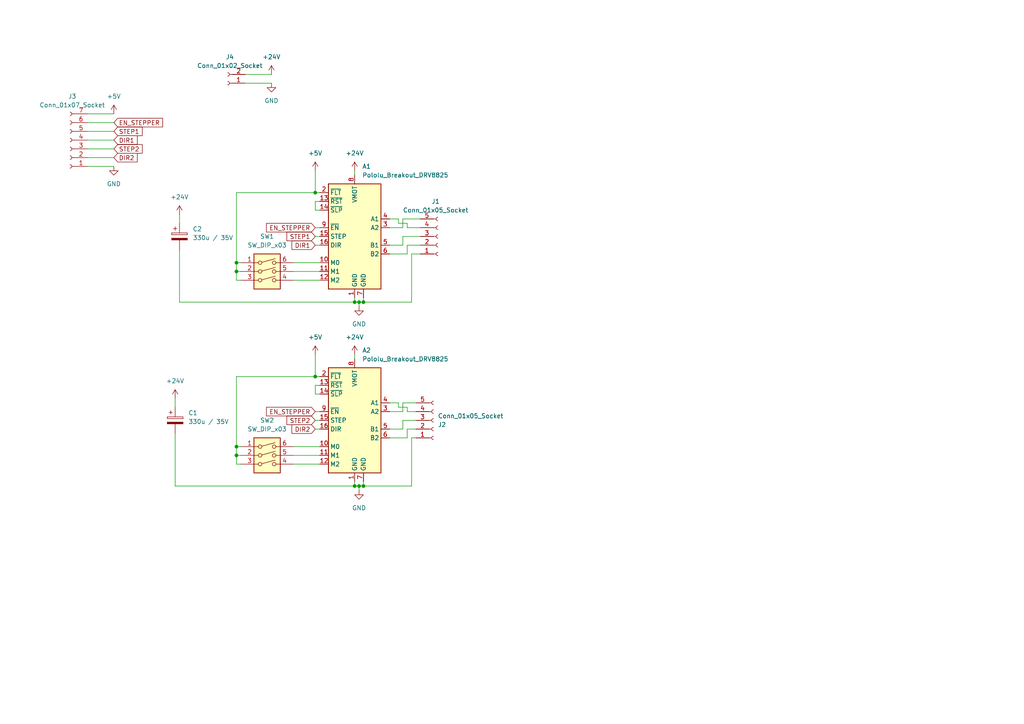
<source format=kicad_sch>
(kicad_sch (version 20230121) (generator eeschema)
  (paper "A4")
  (lib_symbols
    (symbol "Connector:Conn_01x02_Socket" (pin_names (offset 1.016) hide)
      (property "Reference" "J" (at 0 2.54 0))
      (property "Value" "Conn_01x02_Socket" (at 0 -5.08 0))
      (symbol "Conn_01x02_Socket_1_1"
        (arc (start 0 -2.032) (mid -0.5058 -2.54) (end 0 -3.048) (stroke (width 0.1524)))
        (polyline (pts (xy -1.27 -2.54) (xy -0.508 -2.54)) (stroke (width 0.1524)))
        (polyline (pts (xy -1.27 0) (xy -0.508 0)) (stroke (width 0.1524)))
        (arc (start 0 0.508) (mid -0.5058 0) (end 0 -0.508) (stroke (width 0.1524)))
        (pin passive line (at -5.08 0 0) (length 3.81) (name "Pin_1") (number "1"))
        (pin passive line (at -5.08 -2.54 0) (length 3.81) (name "Pin_2") (number "2"))
      )
    )
    (symbol "Connector:Conn_01x05_Socket" (pin_names (offset 1.016) hide)
      (property "Reference" "J" (at 0 7.62 0))
      (property "Value" "Conn_01x05_Socket" (at 0 -7.62 0))
      (symbol "Conn_01x05_Socket_1_1"
        (arc (start 0 -4.572) (mid -0.5058 -5.08) (end 0 -5.588) (stroke (width 0.1524)))
        (arc (start 0 -2.032) (mid -0.5058 -2.54) (end 0 -3.048) (stroke (width 0.1524)))
        (polyline (pts (xy -1.27 -5.08) (xy -0.508 -5.08)) (stroke (width 0.1524)))
        (polyline (pts (xy -1.27 -2.54) (xy -0.508 -2.54)) (stroke (width 0.1524)))
        (polyline (pts (xy -1.27 0) (xy -0.508 0)) (stroke (width 0.1524)))
        (polyline (pts (xy -1.27 2.54) (xy -0.508 2.54)) (stroke (width 0.1524)))
        (polyline (pts (xy -1.27 5.08) (xy -0.508 5.08)) (stroke (width 0.1524)))
        (arc (start 0 0.508) (mid -0.5058 0) (end 0 -0.508) (stroke (width 0.1524)))
        (arc (start 0 3.048) (mid -0.5058 2.54) (end 0 2.032) (stroke (width 0.1524)))
        (arc (start 0 5.588) (mid -0.5058 5.08) (end 0 4.572) (stroke (width 0.1524)))
        (pin passive line (at -5.08 5.08 0) (length 3.81) (name "Pin_1") (number "1"))
        (pin passive line (at -5.08 2.54 0) (length 3.81) (name "Pin_2") (number "2"))
        (pin passive line (at -5.08 0 0) (length 3.81) (name "Pin_3") (number "3"))
        (pin passive line (at -5.08 -2.54 0) (length 3.81) (name "Pin_4") (number "4"))
        (pin passive line (at -5.08 -5.08 0) (length 3.81) (name "Pin_5") (number "5"))
      )
    )
    (symbol "Connector:Conn_01x07_Socket" (pin_names (offset 1.016) hide)
      (property "Reference" "J" (at 0 10.16 0))
      (property "Value" "Conn_01x07_Socket" (at 0 -10.16 0))
      (symbol "Conn_01x07_Socket_1_1"
        (arc (start 0 -7.112) (mid -0.5058 -7.62) (end 0 -8.128) (stroke (width 0.1524)))
        (arc (start 0 -4.572) (mid -0.5058 -5.08) (end 0 -5.588) (stroke (width 0.1524)))
        (arc (start 0 -2.032) (mid -0.5058 -2.54) (end 0 -3.048) (stroke (width 0.1524)))
        (polyline (pts (xy -1.27 -7.62) (xy -0.508 -7.62)) (stroke (width 0.1524)))
        (polyline (pts (xy -1.27 -5.08) (xy -0.508 -5.08)) (stroke (width 0.1524)))
        (polyline (pts (xy -1.27 -2.54) (xy -0.508 -2.54)) (stroke (width 0.1524)))
        (polyline (pts (xy -1.27 0) (xy -0.508 0)) (stroke (width 0.1524)))
        (polyline (pts (xy -1.27 2.54) (xy -0.508 2.54)) (stroke (width 0.1524)))
        (polyline (pts (xy -1.27 5.08) (xy -0.508 5.08)) (stroke (width 0.1524)))
        (polyline (pts (xy -1.27 7.62) (xy -0.508 7.62)) (stroke (width 0.1524)))
        (arc (start 0 0.508) (mid -0.5058 0) (end 0 -0.508) (stroke (width 0.1524)))
        (arc (start 0 3.048) (mid -0.5058 2.54) (end 0 2.032) (stroke (width 0.1524)))
        (arc (start 0 5.588) (mid -0.5058 5.08) (end 0 4.572) (stroke (width 0.1524)))
        (arc (start 0 8.128) (mid -0.5058 7.62) (end 0 7.112) (stroke (width 0.1524)))
        (pin passive line (at -5.08 7.62 0) (length 3.81) (name "Pin_1") (number "1"))
        (pin passive line (at -5.08 5.08 0) (length 3.81) (name "Pin_2") (number "2"))
        (pin passive line (at -5.08 2.54 0) (length 3.81) (name "Pin_3") (number "3"))
        (pin passive line (at -5.08 0 0) (length 3.81) (name "Pin_4") (number "4"))
        (pin passive line (at -5.08 -2.54 0) (length 3.81) (name "Pin_5") (number "5"))
        (pin passive line (at -5.08 -5.08 0) (length 3.81) (name "Pin_6") (number "6"))
        (pin passive line (at -5.08 -7.62 0) (length 3.81) (name "Pin_7") (number "7"))
      )
    )
    (symbol "Device:C_Polarized" (pin_numbers hide) (pin_names (offset 0.254))
      (property "Reference" "C" (at 0.635 2.54 0))
      (property "Value" "C_Polarized" (at 0.635 -2.54 0))
      (symbol "C_Polarized_0_1"
        (rectangle (start -2.286 0.508) (end 2.286 1.016))
        (polyline (pts (xy -1.778 2.286) (xy -0.762 2.286)))
        (polyline (pts (xy -1.27 2.794) (xy -1.27 1.778)))
        (rectangle (start 2.286 -0.508) (end -2.286 -1.016) (fill (type outline)))
      )
      (symbol "C_Polarized_1_1"
        (pin passive line (at 0 3.81 270) (length 2.794) (name "~") (number "1"))
        (pin passive line (at 0 -3.81 90) (length 2.794) (name "~") (number "2"))
      )
    )
    (symbol "Driver_Motor:Pololu_Breakout_DRV8825"
      (property "Reference" "A" (at -2.54 16.51 0))
      (property "Value" "Pololu_Breakout_DRV8825" (at -2.54 13.97 0))
      (symbol "Pololu_Breakout_DRV8825_0_1"
        (rectangle (start 7.62 -17.78) (end -7.62 12.7) (stroke (width 0.254)) (fill (type background)))
      )
      (symbol "Pololu_Breakout_DRV8825_1_1"
        (pin power_in line (at 0 -20.32 90) (length 2.54) (name "GND") (number "1"))
        (pin input line (at -10.16 -10.16 0) (length 2.54) (name "M0") (number "10"))
        (pin input line (at -10.16 -12.7 0) (length 2.54) (name "M1") (number "11"))
        (pin input line (at -10.16 -15.24 0) (length 2.54) (name "M2") (number "12"))
        (pin input line (at -10.16 7.62 0) (length 2.54) (name "~{RST}") (number "13"))
        (pin input line (at -10.16 5.08 0) (length 2.54) (name "~{SLP}") (number "14"))
        (pin input line (at -10.16 -2.54 0) (length 2.54) (name "STEP") (number "15"))
        (pin input line (at -10.16 -5.08 0) (length 2.54) (name "DIR") (number "16"))
        (pin output line (at -10.16 10.16 0) (length 2.54) (name "~{FLT}") (number "2"))
        (pin output line (at 10.16 0 180) (length 2.54) (name "A2") (number "3"))
        (pin output line (at 10.16 2.54 180) (length 2.54) (name "A1") (number "4"))
        (pin output line (at 10.16 -5.08 180) (length 2.54) (name "B1") (number "5"))
        (pin output line (at 10.16 -7.62 180) (length 2.54) (name "B2") (number "6"))
        (pin power_in line (at 2.54 -20.32 90) (length 2.54) (name "GND") (number "7"))
        (pin power_in line (at 0 15.24 270) (length 2.54) (name "VMOT") (number "8"))
        (pin input line (at -10.16 0 0) (length 2.54) (name "~{EN}") (number "9"))
      )
    )
    (symbol "Switch:SW_DIP_x03" (pin_names (offset 0) hide)
      (property "Reference" "SW" (at 0 8.89 0))
      (property "Value" "SW_DIP_x03" (at 0 -3.81 0))
      (symbol "SW_DIP_x03_0_0"
        (circle (center -2.032 0) (radius 0.508))
        (circle (center -2.032 2.54) (radius 0.508))
        (circle (center -2.032 5.08) (radius 0.508))
        (polyline (pts (xy -1.524 0.127) (xy 2.3622 1.1684)))
        (polyline (pts (xy -1.524 2.667) (xy 2.3622 3.7084)))
        (polyline (pts (xy -1.524 5.207) (xy 2.3622 6.2484)))
        (circle (center 2.032 0) (radius 0.508))
        (circle (center 2.032 2.54) (radius 0.508))
        (circle (center 2.032 5.08) (radius 0.508))
      )
      (symbol "SW_DIP_x03_0_1"
        (rectangle (start -3.81 7.62) (end 3.81 -2.54) (stroke (width 0.254)) (fill (type background)))
      )
      (symbol "SW_DIP_x03_1_1"
        (pin passive line (at -7.62 5.08 0) (length 5.08) (name "~") (number "1"))
        (pin passive line (at -7.62 2.54 0) (length 5.08) (name "~") (number "2"))
        (pin passive line (at -7.62 0 0) (length 5.08) (name "~") (number "3"))
        (pin passive line (at 7.62 0 180) (length 5.08) (name "~") (number "4"))
        (pin passive line (at 7.62 2.54 180) (length 5.08) (name "~") (number "5"))
        (pin passive line (at 7.62 5.08 180) (length 5.08) (name "~") (number "6"))
      )
    )
    (symbol "power:+24V" (power) (pin_names (offset 0))
      (property "Value" "+24V" (at 0 3.556 0))
      (symbol "+24V_0_1"
        (polyline (pts (xy -0.762 1.27) (xy 0 2.54)))
        (polyline (pts (xy 0 0) (xy 0 2.54)))
        (polyline (pts (xy 0 2.54) (xy 0.762 1.27)))
      )
      (symbol "+24V_1_1"
        (pin power_in line (at 0 0 90) (length 0) hide (name "+24V") (number "1"))
      )
    )
    (symbol "power:+5V" (power) (pin_names (offset 0))
      (property "Value" "+5V" (at 0 3.556 0))
      (symbol "+5V_0_1"
        (polyline (pts (xy -0.762 1.27) (xy 0 2.54)))
        (polyline (pts (xy 0 0) (xy 0 2.54)))
        (polyline (pts (xy 0 2.54) (xy 0.762 1.27)))
      )
      (symbol "+5V_1_1"
        (pin power_in line (at 0 0 90) (length 0) hide (name "+5V") (number "1"))
      )
    )
    (symbol "power:GND" (power) (pin_names (offset 0))
      (property "Value" "GND" (at 0 -3.81 0))
      (symbol "GND_0_1"
        (polyline (pts (xy 0 0) (xy 0 -1.27) (xy 1.27 -1.27) (xy 0 -2.54) (xy -1.27 -1.27) (xy 0 -1.27)))
      )
      (symbol "GND_1_1"
        (pin power_in line (at 0 0 270) (length 0) hide (name "GND") (number "1"))
      )
    )
  )
  (junction (at 68.58 78.74))
  (junction (at 68.58 132.08))
  (junction (at 104.14 140.97))
  (junction (at 68.58 76.2))
  (junction (at 105.41 87.63))
  (junction (at 68.58 129.54))
  (junction (at 102.87 140.97))
  (junction (at 91.44 109.22))
  (junction (at 105.41 140.97))
  (junction (at 104.14 87.63))
  (junction (at 91.44 55.88))
  (junction (at 102.87 87.63))
  (wire (pts (xy 118.11 119.38) (xy 120.65 119.38)))
  (wire (pts (xy 69.85 81.28) (xy 68.58 81.28)))
  (wire (pts (xy 113.03 63.5) (xy 115.57 63.5)))
  (wire (pts (xy 91.44 71.12) (xy 92.71 71.12)))
  (wire (pts (xy 118.11 71.12) (xy 121.92 71.12)))
  (wire (pts (xy 119.38 73.66) (xy 119.38 87.63)))
  (wire (pts (xy 50.8 115.57) (xy 50.8 118.11)))
  (wire (pts (xy 25.4 35.56) (xy 33.02 35.56)))
  (wire (pts (xy 116.84 71.12) (xy 116.84 68.58)))
  (wire (pts (xy 25.4 38.1) (xy 33.02 38.1)))
  (wire (pts (xy 91.44 111.76) (xy 92.71 111.76)))
  (wire (pts (xy 121.92 66.04) (xy 118.11 66.04)))
  (wire (pts (xy 91.44 102.87) (xy 91.44 109.22)))
  (wire (pts (xy 102.87 49.53) (xy 102.87 50.8)))
  (wire (pts (xy 92.71 60.96) (xy 91.44 60.96)))
  (wire (pts (xy 105.41 139.7) (xy 105.41 140.97)))
  (wire (pts (xy 119.38 140.97) (xy 105.41 140.97)))
  (wire (pts (xy 91.44 58.42) (xy 92.71 58.42)))
  (wire (pts (xy 102.87 102.87) (xy 102.87 104.14)))
  (wire (pts (xy 68.58 134.62) (xy 68.58 132.08)))
  (wire (pts (xy 68.58 78.74) (xy 68.58 76.2)))
  (wire (pts (xy 25.4 45.72) (xy 33.02 45.72)))
  (wire (pts (xy 116.84 116.84) (xy 120.65 116.84)))
  (wire (pts (xy 50.8 125.73) (xy 50.8 140.97)))
  (wire (pts (xy 104.14 87.63) (xy 105.41 87.63)))
  (wire (pts (xy 116.84 63.5) (xy 121.92 63.5)))
  (wire (pts (xy 116.84 124.46) (xy 116.84 121.92)))
  (wire (pts (xy 118.11 66.04) (xy 118.11 64.77)))
  (wire (pts (xy 118.11 64.77) (xy 115.57 64.77)))
  (wire (pts (xy 92.71 55.88) (xy 91.44 55.88)))
  (wire (pts (xy 104.14 140.97) (xy 104.14 142.24)))
  (wire (pts (xy 118.11 124.46) (xy 120.65 124.46)))
  (wire (pts (xy 115.57 64.77) (xy 115.57 63.5)))
  (wire (pts (xy 104.14 87.63) (xy 104.14 88.9)))
  (wire (pts (xy 118.11 71.12) (xy 118.11 73.66)))
  (wire (pts (xy 52.07 72.39) (xy 52.07 87.63)))
  (wire (pts (xy 92.71 114.3) (xy 91.44 114.3)))
  (wire (pts (xy 50.8 140.97) (xy 102.87 140.97)))
  (wire (pts (xy 85.09 129.54) (xy 92.71 129.54)))
  (wire (pts (xy 85.09 81.28) (xy 92.71 81.28)))
  (wire (pts (xy 118.11 124.46) (xy 118.11 127)))
  (wire (pts (xy 113.03 71.12) (xy 116.84 71.12)))
  (wire (pts (xy 119.38 73.66) (xy 121.92 73.66)))
  (wire (pts (xy 116.84 119.38) (xy 116.84 116.84)))
  (wire (pts (xy 116.84 66.04) (xy 116.84 63.5)))
  (wire (pts (xy 68.58 55.88) (xy 91.44 55.88)))
  (wire (pts (xy 91.44 114.3) (xy 91.44 111.76)))
  (wire (pts (xy 102.87 140.97) (xy 104.14 140.97)))
  (wire (pts (xy 68.58 129.54) (xy 69.85 129.54)))
  (wire (pts (xy 102.87 139.7) (xy 102.87 140.97)))
  (wire (pts (xy 113.03 127) (xy 118.11 127)))
  (wire (pts (xy 102.87 87.63) (xy 104.14 87.63)))
  (wire (pts (xy 68.58 132.08) (xy 69.85 132.08)))
  (wire (pts (xy 115.57 116.84) (xy 115.57 118.11)))
  (wire (pts (xy 119.38 127) (xy 119.38 140.97)))
  (wire (pts (xy 119.38 127) (xy 120.65 127)))
  (wire (pts (xy 105.41 86.36) (xy 105.41 87.63)))
  (wire (pts (xy 52.07 62.23) (xy 52.07 64.77)))
  (wire (pts (xy 68.58 132.08) (xy 68.58 129.54)))
  (wire (pts (xy 119.38 87.63) (xy 105.41 87.63)))
  (wire (pts (xy 118.11 118.11) (xy 118.11 119.38)))
  (wire (pts (xy 92.71 109.22) (xy 91.44 109.22)))
  (wire (pts (xy 25.4 48.26) (xy 33.02 48.26)))
  (wire (pts (xy 85.09 76.2) (xy 92.71 76.2)))
  (wire (pts (xy 102.87 86.36) (xy 102.87 87.63)))
  (wire (pts (xy 25.4 33.02) (xy 33.02 33.02)))
  (wire (pts (xy 25.4 40.64) (xy 33.02 40.64)))
  (wire (pts (xy 68.58 78.74) (xy 69.85 78.74)))
  (wire (pts (xy 68.58 76.2) (xy 69.85 76.2)))
  (wire (pts (xy 104.14 140.97) (xy 105.41 140.97)))
  (wire (pts (xy 91.44 60.96) (xy 91.44 58.42)))
  (wire (pts (xy 116.84 68.58) (xy 121.92 68.58)))
  (wire (pts (xy 91.44 68.58) (xy 92.71 68.58)))
  (wire (pts (xy 113.03 73.66) (xy 118.11 73.66)))
  (wire (pts (xy 91.44 66.04) (xy 92.71 66.04)))
  (wire (pts (xy 71.12 24.13) (xy 78.74 24.13)))
  (wire (pts (xy 68.58 129.54) (xy 68.58 109.22)))
  (wire (pts (xy 116.84 121.92) (xy 120.65 121.92)))
  (wire (pts (xy 25.4 43.18) (xy 33.02 43.18)))
  (wire (pts (xy 91.44 119.38) (xy 92.71 119.38)))
  (wire (pts (xy 85.09 132.08) (xy 92.71 132.08)))
  (wire (pts (xy 113.03 66.04) (xy 116.84 66.04)))
  (wire (pts (xy 71.12 21.59) (xy 78.74 21.59)))
  (wire (pts (xy 91.44 124.46) (xy 92.71 124.46)))
  (wire (pts (xy 91.44 49.53) (xy 91.44 55.88)))
  (wire (pts (xy 113.03 116.84) (xy 115.57 116.84)))
  (wire (pts (xy 68.58 81.28) (xy 68.58 78.74)))
  (wire (pts (xy 68.58 109.22) (xy 91.44 109.22)))
  (wire (pts (xy 113.03 119.38) (xy 116.84 119.38)))
  (wire (pts (xy 69.85 134.62) (xy 68.58 134.62)))
  (wire (pts (xy 52.07 87.63) (xy 102.87 87.63)))
  (wire (pts (xy 68.58 76.2) (xy 68.58 55.88)))
  (wire (pts (xy 115.57 118.11) (xy 118.11 118.11)))
  (wire (pts (xy 91.44 121.92) (xy 92.71 121.92)))
  (wire (pts (xy 85.09 134.62) (xy 92.71 134.62)))
  (wire (pts (xy 113.03 124.46) (xy 116.84 124.46)))
  (wire (pts (xy 85.09 78.74) (xy 92.71 78.74)))
  (global_label "DIR2" (shape input) (at 91.44 124.46 180) (property "Intersheetrefs" "${INTERSHEET_REFS}" (effects hide)))
  (global_label "DIR2" (shape input) (at 33.02 45.72 0) (property "Intersheetrefs" "${INTERSHEET_REFS}" (effects hide)))
  (global_label "EN_STEPPER" (shape input) (at 33.02 35.56 0) (property "Intersheetrefs" "${INTERSHEET_REFS}" (effects hide)))
  (global_label "DIR1" (shape input) (at 91.44 71.12 180) (property "Intersheetrefs" "${INTERSHEET_REFS}" (effects hide)))
  (global_label "STEP2" (shape input) (at 91.44 121.92 180) (property "Intersheetrefs" "${INTERSHEET_REFS}" (effects hide)))
  (global_label "EN_STEPPER" (shape input) (at 91.44 119.38 180) (property "Intersheetrefs" "${INTERSHEET_REFS}" (effects hide)))
  (global_label "EN_STEPPER" (shape input) (at 91.44 66.04 180) (property "Intersheetrefs" "${INTERSHEET_REFS}" (effects hide)))
  (global_label "DIR1" (shape input) (at 33.02 40.64 0) (property "Intersheetrefs" "${INTERSHEET_REFS}" (effects hide)))
  (global_label "STEP1" (shape input) (at 33.02 38.1 0) (property "Intersheetrefs" "${INTERSHEET_REFS}" (effects hide)))
  (global_label "STEP2" (shape input) (at 33.02 43.18 0) (property "Intersheetrefs" "${INTERSHEET_REFS}" (effects hide)))
  (global_label "STEP1" (shape input) (at 91.44 68.58 180) (property "Intersheetrefs" "${INTERSHEET_REFS}" (effects hide)))
  (symbol (lib_id "power:GND") (at 33.02 48.26 0) (unit 1)
    (property "Reference" "#PWR010" (effects hide))
    (property "Value" "GND" (at 33.02 53.34 0))
  )
  (symbol (lib_id "Device:C_Polarized") (at 50.8 121.92 0) (unit 1)
    (property "Reference" "C1" (at 54.61 119.761 0) (effects (justify left)))
    (property "Value" "330u / 35V" (at 54.61 122.301 0) (effects (justify left)))
    (property "Footprint" "Capacitor_SMD:CP_Elec_10x7.9" (effects hide))
  )
  (symbol (lib_id "Switch:SW_DIP_x03") (at 77.47 134.62 0) (unit 1)
    (property "Reference" "SW2" (at 77.47 121.92 0))
    (property "Value" "SW_DIP_x03" (at 77.47 124.46 0))
    (property "Footprint" "Package_DIP:DIP-6_W7.62mm_Socket_LongPads" (effects hide))
  )
  (symbol (lib_id "Connector:Conn_01x02_Socket") (at 66.04 24.13 180) (unit 1)
    (property "Reference" "J4" (at 66.675 16.51 0))
    (property "Value" "Conn_01x02_Socket" (at 66.675 19.05 0))
    (property "Footprint" "TerminalBlock_RND:TerminalBlock_RND_205-00001_1x02_P5.00mm_Horizontal" (effects hide))
  )
  (symbol (lib_id "power:+5V") (at 91.44 102.87 0) (unit 1)
    (property "Reference" "#PWR08" (effects hide))
    (property "Value" "+5V" (at 91.44 97.79 0))
  )
  (symbol (lib_id "power:GND") (at 104.14 88.9 0) (unit 1)
    (property "Reference" "#PWR03" (effects hide))
    (property "Value" "GND" (at 104.14 93.98 0))
  )
  (symbol (lib_id "Connector:Conn_01x07_Socket") (at 20.32 40.64 180) (unit 1)
    (property "Reference" "J3" (at 20.955 27.94 0))
    (property "Value" "Conn_01x07_Socket" (at 20.955 30.48 0))
    (property "Footprint" "TerminalBlock_RND:TerminalBlock_RND_205-00006_1x07_P5.00mm_Horizontal" (effects hide))
  )
  (symbol (lib_id "power:+5V") (at 91.44 49.53 0) (unit 1)
    (property "Reference" "#PWR07" (effects hide))
    (property "Value" "+5V" (at 91.44 44.45 0))
  )
  (symbol (lib_id "power:GND") (at 78.74 24.13 0) (unit 1)
    (property "Reference" "#PWR012" (effects hide))
    (property "Value" "GND" (at 78.74 29.21 0))
  )
  (symbol (lib_id "Connector:Conn_01x05_Socket") (at 127 68.58 0) (mirror x) (unit 1)
    (property "Reference" "J1" (at 126.365 58.42 0))
    (property "Value" "Conn_01x05_Socket" (at 126.365 60.96 0))
    (property "Footprint" "TerminalBlock_RND:TerminalBlock_RND_205-00004_1x05_P5.00mm_Horizontal" (effects hide))
  )
  (symbol (lib_id "power:+24V") (at 102.87 49.53 0) (unit 1)
    (property "Reference" "#PWR05" (effects hide))
    (property "Value" "+24V" (at 102.87 44.45 0))
  )
  (symbol (lib_id "power:GND") (at 104.14 142.24 0) (unit 1)
    (property "Reference" "#PWR04" (effects hide))
    (property "Value" "GND" (at 104.14 147.32 0))
  )
  (symbol (lib_id "power:+24V") (at 50.8 115.57 0) (unit 1)
    (property "Reference" "#PWR01" (effects hide))
    (property "Value" "+24V" (at 50.8 110.49 0))
  )
  (symbol (lib_id "Driver_Motor:Pololu_Breakout_DRV8825") (at 102.87 66.04 0) (unit 1)
    (property "Reference" "A1" (at 105.0641 48.26 0) (effects (justify left)))
    (property "Value" "Pololu_Breakout_DRV8825" (at 105.0641 50.8 0) (effects (justify left)))
    (property "Footprint" "Module:Pololu_Breakout-16_15.2x20.3mm" (effects hide))
    (property "Datasheet" "https://www.pololu.com/product/2982" (effects hide))
  )
  (symbol (lib_id "power:+5V") (at 33.02 33.02 0) (unit 1)
    (property "Reference" "#PWR09" (effects hide))
    (property "Value" "+5V" (at 33.02 27.94 0))
  )
  (symbol (lib_id "Connector:Conn_01x05_Socket") (at 125.73 121.92 0) (mirror x) (unit 1)
    (property "Reference" "J2" (at 127 123.19 0) (effects (justify left)))
    (property "Value" "Conn_01x05_Socket" (at 127 120.65 0) (effects (justify left)))
    (property "Footprint" "TerminalBlock_RND:TerminalBlock_RND_205-00004_1x05_P5.00mm_Horizontal" (effects hide))
  )
  (symbol (lib_id "Device:C_Polarized") (at 52.07 68.58 0) (unit 1)
    (property "Reference" "C2" (at 55.88 66.421 0) (effects (justify left)))
    (property "Value" "330u / 35V" (at 55.88 68.961 0) (effects (justify left)))
    (property "Footprint" "Capacitor_SMD:CP_Elec_10x7.9" (effects hide))
  )
  (symbol (lib_id "power:+24V") (at 52.07 62.23 0) (unit 1)
    (property "Reference" "#PWR02" (effects hide))
    (property "Value" "+24V" (at 52.07 57.15 0))
  )
  (symbol (lib_id "power:+24V") (at 102.87 102.87 0) (unit 1)
    (property "Reference" "#PWR06" (effects hide))
    (property "Value" "+24V" (at 102.87 97.79 0))
  )
  (symbol (lib_id "Driver_Motor:Pololu_Breakout_DRV8825") (at 102.87 119.38 0) (unit 1)
    (property "Reference" "A2" (at 105.0641 101.6 0) (effects (justify left)))
    (property "Value" "Pololu_Breakout_DRV8825" (at 105.0641 104.14 0) (effects (justify left)))
    (property "Footprint" "Module:Pololu_Breakout-16_15.2x20.3mm" (effects hide))
    (property "Datasheet" "https://www.pololu.com/product/2982" (effects hide))
  )
  (symbol (lib_id "Switch:SW_DIP_x03") (at 77.47 81.28 0) (unit 1)
    (property "Reference" "SW1" (at 77.47 68.58 0))
    (property "Value" "SW_DIP_x03" (at 77.47 71.12 0))
    (property "Footprint" "Package_DIP:DIP-6_W7.62mm_Socket_LongPads" (effects hide))
  )
  (symbol (lib_id "power:+24V") (at 78.74 21.59 0) (unit 1)
    (property "Reference" "#PWR011" (effects hide))
    (property "Value" "+24V" (at 78.74 16.51 0))
  )
)
</source>
